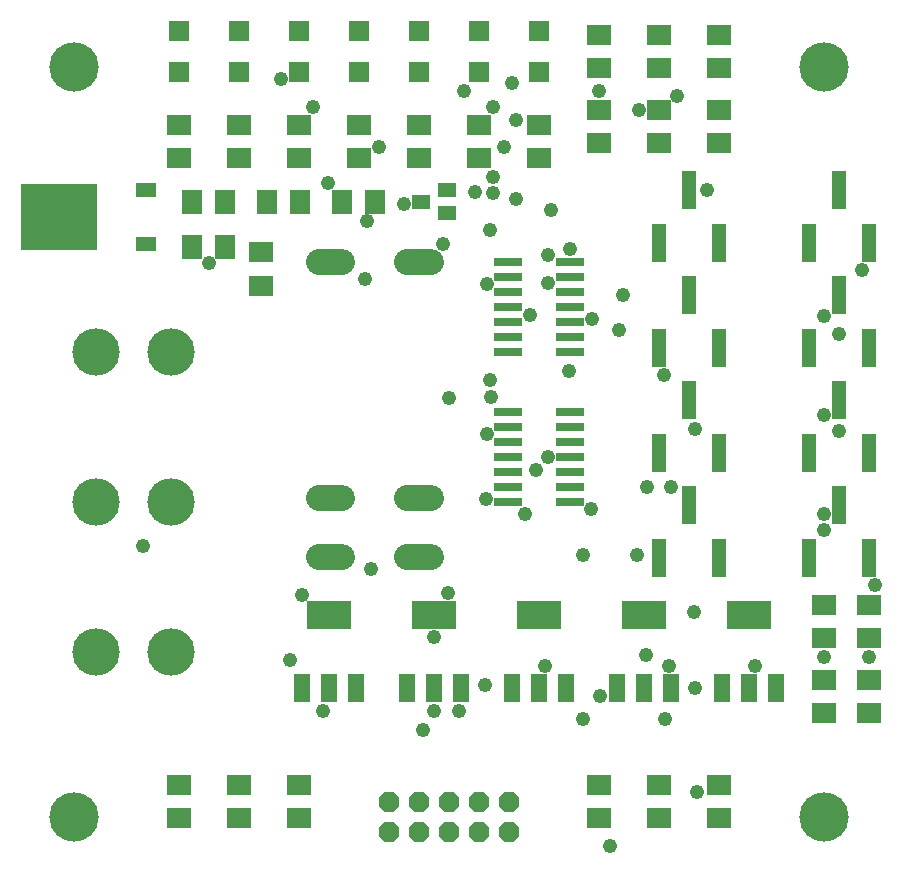
<source format=gts>
G75*
G70*
%OFA0B0*%
%FSLAX24Y24*%
%IPPOS*%
%LPD*%
%AMOC8*
5,1,8,0,0,1.08239X$1,22.5*
%
%ADD10C,0.1642*%
%ADD11R,0.0946X0.0316*%
%ADD12R,0.0474X0.1261*%
%ADD13R,0.0790X0.0710*%
%ADD14R,0.0631X0.0474*%
%ADD15R,0.0710X0.0789*%
%ADD16R,0.2521X0.2206*%
%ADD17R,0.0710X0.0474*%
%ADD18R,0.0560X0.0960*%
%ADD19R,0.1497X0.0946*%
%ADD20R,0.0671X0.0671*%
%ADD21C,0.0860*%
%ADD22C,0.1580*%
%ADD23OC8,0.0680*%
%ADD24C,0.0480*%
D10*
X002680Y002680D03*
X002680Y027680D03*
X027680Y027680D03*
X027680Y002680D03*
D11*
X019204Y013180D03*
X019204Y013680D03*
X019204Y014180D03*
X019204Y014680D03*
X019204Y015180D03*
X019204Y015680D03*
X019204Y016180D03*
X019204Y018180D03*
X019204Y018680D03*
X019204Y019180D03*
X019204Y019680D03*
X019204Y020180D03*
X019204Y020680D03*
X019204Y021180D03*
X017156Y021180D03*
X017156Y020680D03*
X017156Y020180D03*
X017156Y019680D03*
X017156Y019180D03*
X017156Y018680D03*
X017156Y018180D03*
X017156Y016180D03*
X017156Y015680D03*
X017156Y015180D03*
X017156Y014680D03*
X017156Y014180D03*
X017156Y013680D03*
X017156Y013180D03*
D12*
X022176Y014794D03*
X023180Y013066D03*
X024184Y014794D03*
X023180Y016566D03*
X022176Y018294D03*
X024184Y018294D03*
X023180Y020066D03*
X022176Y021794D03*
X024184Y021794D03*
X023180Y023566D03*
X027176Y021794D03*
X028180Y020066D03*
X029184Y021794D03*
X028180Y023566D03*
X027176Y018294D03*
X028180Y016566D03*
X029184Y018294D03*
X029184Y014794D03*
X028180Y013066D03*
X027176Y014794D03*
X027176Y011294D03*
X029184Y011294D03*
X024184Y011294D03*
X022176Y011294D03*
D13*
X027680Y009740D03*
X027680Y008620D03*
X027680Y007240D03*
X027680Y006120D03*
X029180Y006120D03*
X029180Y007240D03*
X029180Y008620D03*
X029180Y009740D03*
X024180Y003740D03*
X024180Y002620D03*
X022180Y002620D03*
X022180Y003740D03*
X020180Y003740D03*
X020180Y002620D03*
X010180Y002620D03*
X010180Y003740D03*
X008180Y003740D03*
X008180Y002620D03*
X006180Y002620D03*
X006180Y003740D03*
X008930Y020370D03*
X008930Y021490D03*
X008180Y024620D03*
X008180Y025740D03*
X006180Y025740D03*
X006180Y024620D03*
X010180Y024620D03*
X010180Y025740D03*
X012180Y025740D03*
X012180Y024620D03*
X014180Y024620D03*
X014180Y025740D03*
X016180Y025740D03*
X016180Y024620D03*
X018180Y024620D03*
X018180Y025740D03*
X020180Y026240D03*
X020180Y025120D03*
X022180Y025120D03*
X022180Y026240D03*
X022180Y027620D03*
X022180Y028740D03*
X024180Y028740D03*
X024180Y027620D03*
X024180Y026240D03*
X024180Y025120D03*
X020180Y027620D03*
X020180Y028740D03*
D14*
X015113Y023554D03*
X015113Y022806D03*
X014247Y023180D03*
D15*
X012731Y023180D03*
X011629Y023180D03*
X010231Y023180D03*
X009129Y023180D03*
X007731Y023180D03*
X006629Y023180D03*
X006629Y021680D03*
X007731Y021680D03*
D16*
X002196Y022680D03*
D17*
X005070Y021782D03*
X005070Y023578D03*
D18*
X010270Y006960D03*
X011180Y006960D03*
X012090Y006960D03*
X013770Y006960D03*
X014680Y006960D03*
X015590Y006960D03*
X017270Y006960D03*
X018180Y006960D03*
X019090Y006960D03*
X020770Y006960D03*
X021680Y006960D03*
X022590Y006960D03*
X024270Y006960D03*
X025180Y006960D03*
X026090Y006960D03*
D19*
X025180Y009400D03*
X021680Y009400D03*
X018180Y009400D03*
X014680Y009400D03*
X011180Y009400D03*
D20*
X010180Y027491D03*
X010180Y028869D03*
X008180Y028869D03*
X008180Y027491D03*
X006180Y027491D03*
X006180Y028869D03*
X012180Y028869D03*
X012180Y027491D03*
X014180Y027491D03*
X014180Y028869D03*
X016180Y028869D03*
X016180Y027491D03*
X018180Y027491D03*
X018180Y028869D03*
D21*
X014570Y021180D02*
X013790Y021180D01*
X011620Y021180D02*
X010840Y021180D01*
X010840Y013310D02*
X011620Y013310D01*
X011620Y011340D02*
X010840Y011340D01*
X013790Y011340D02*
X014570Y011340D01*
X014570Y013310D02*
X013790Y013310D01*
D22*
X005930Y013180D03*
X003430Y013180D03*
X003430Y018180D03*
X005930Y018180D03*
X005930Y008180D03*
X003430Y008180D03*
D23*
X013180Y003180D03*
X013180Y002180D03*
X014180Y002180D03*
X014180Y003180D03*
X015180Y003180D03*
X015180Y002180D03*
X016180Y002180D03*
X016180Y003180D03*
X017180Y003180D03*
X017180Y002180D03*
D24*
X020560Y001700D03*
X023440Y003500D03*
X022370Y005930D03*
X023390Y006950D03*
X022510Y007700D03*
X021750Y008080D03*
X020230Y006690D03*
X019640Y005930D03*
X018380Y007700D03*
X016370Y007050D03*
X015530Y006210D03*
X014680Y006210D03*
X014330Y005550D03*
X014680Y008660D03*
X015140Y010140D03*
X012570Y010940D03*
X010270Y010060D03*
X009890Y007890D03*
X010990Y006210D03*
X005000Y011710D03*
X012400Y020610D03*
X012440Y022520D03*
X011160Y023800D03*
X012840Y025000D03*
X013670Y023110D03*
X014980Y021750D03*
X016540Y022240D03*
X017410Y023280D03*
X016640Y023460D03*
X016650Y024010D03*
X016050Y023510D03*
X017030Y025000D03*
X017410Y025900D03*
X016660Y026330D03*
X017270Y027120D03*
X015670Y026850D03*
X018570Y022900D03*
X019220Y021600D03*
X018490Y021410D03*
X018490Y020450D03*
X017870Y019410D03*
X016450Y020430D03*
X019200Y017540D03*
X020850Y018900D03*
X019940Y019260D03*
X020980Y020060D03*
X022350Y017400D03*
X023390Y015590D03*
X022570Y013680D03*
X021800Y013680D03*
X019910Y012930D03*
X019640Y011390D03*
X021450Y011390D03*
X023350Y009490D03*
X025380Y007700D03*
X027680Y008000D03*
X029180Y008000D03*
X029400Y010400D03*
X027680Y012240D03*
X027680Y012780D03*
X028180Y015520D03*
X027680Y016060D03*
X028180Y018750D03*
X027690Y019350D03*
X028940Y020900D03*
X023800Y023560D03*
X021520Y026240D03*
X020180Y026860D03*
X022800Y026700D03*
X016540Y017240D03*
X016590Y016650D03*
X016450Y015430D03*
X015170Y016620D03*
X018090Y014230D03*
X018470Y014680D03*
X017710Y012780D03*
X016420Y013280D03*
X007180Y021130D03*
X010660Y026330D03*
X009580Y027270D03*
M02*

</source>
